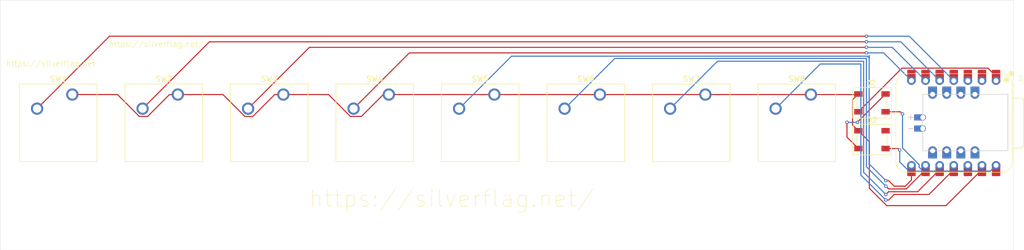
<source format=kicad_pcb>
(kicad_pcb (version 20241229) (generator "pcbnew") (generator_version "9.0")
  (layers (0 "F.Cu" signal) (2 "B.Cu" signal) (13 "F.Paste" user) (15 "B.Paste" user) (5 "F.SilkS" user "F.Silkscreen") (7 "B.SilkS" user "B.Silkscreen") (1 "F.Mask" user) (3 "B.Mask" user) (25 "Edge.Cuts" user))
  (net 0 "")
  (net 1 "Net-(D1-DOUT)")
  (net 2 "GND")
  (net 3 "+5V")
  (net 4 "Net-(D1-DIN)")
  (net 6 "Net-(U1-GPIO29{slash}ADC3{slash}A3)")
  (net 7 "Net-(U1-GPIO6{slash}SDA)")
  (net 8 "Net-(U1-GPIO7{slash}SCL)")
  (net 9 "Net-(U1-GPIO0{slash}TX)")
  (net 10 "Net-(U1-GPIO1{slash}RX)")
  (net 11 "Net-(U1-GPIO2{slash}SCK)")
  (net 12 "Net-(U1-GPIO4{slash}MISO)")
  (net 13 "Net-(U1-GPIO3{slash}MOSI)")
  (footprint "Button_Switch_Keyboard:SW_Cherry_MX_1.00u_PCB" (layer "F.Cu") (at 197 57)
    (property "Reference" "SW6" (at -2.54 -2.794 0) (layer "F.SilkS"))
    (property "Value" "SW_Push")
    (fp_line (start -9.525 -1.905) (end 4.445 -1.905) (stroke (width 0.12)) (layer "F.SilkS"))
    (fp_line (start -9.525 12.065) (end -9.525 -1.905) (stroke (width 0.12)) (layer "F.SilkS"))
    (fp_line (start 4.445 -1.905) (end 4.445 12.065) (stroke (width 0.12)) (layer "F.SilkS"))
    (fp_line (start 4.445 12.065) (end -9.525 12.065) (stroke (width 0.12)) (layer "F.SilkS"))
    (pad "" np_thru_hole circle (at -7.62 5.08) (size 1.7 1.7) (drill 1.7) (layers "*.Cu" "*.Mask"))
    (pad "" np_thru_hole circle (at -2.54 5.08) (size 4 4) (drill 4) (layers "*.Cu" "*.Mask"))
    (pad "" np_thru_hole circle (at 2.54 5.08) (size 1.7 1.7) (drill 1.7) (layers "*.Cu" "*.Mask"))
    (pad "1" thru_hole circle (at 0 0) (size 2.2 2.2) (drill 1.5) (layers "*.Cu" "*.Mask") (net 2 "GND"))
    (pad "2" thru_hole circle (at -6.35 2.54) (size 2.2 2.2) (drill 1.5) (layers "*.Cu" "*.Mask") (net 11 "Net-(U1-GPIO2{slash}SCK)"))
  )
  (footprint "Button_Switch_Keyboard:SW_Cherry_MX_1.00u_PCB" (layer "F.Cu") (at 216 57)
    (property "Reference" "SW7" (at -2.54 -2.794 0) (layer "F.SilkS"))
    (property "Value" "SW_Push")
    (fp_line (start -9.525 -1.905) (end 4.445 -1.905) (stroke (width 0.12)) (layer "F.SilkS"))
    (fp_line (start -9.525 12.065) (end -9.525 -1.905) (stroke (width 0.12)) (layer "F.SilkS"))
    (fp_line (start 4.445 -1.905) (end 4.445 12.065) (stroke (width 0.12)) (layer "F.SilkS"))
    (fp_line (start 4.445 12.065) (end -9.525 12.065) (stroke (width 0.12)) (layer "F.SilkS"))
    (pad "" np_thru_hole circle (at -7.62 5.08) (size 1.7 1.7) (drill 1.7) (layers "*.Cu" "*.Mask"))
    (pad "" np_thru_hole circle (at -2.54 5.08) (size 4 4) (drill 4) (layers "*.Cu" "*.Mask"))
    (pad "" np_thru_hole circle (at 2.54 5.08) (size 1.7 1.7) (drill 1.7) (layers "*.Cu" "*.Mask"))
    (pad "1" thru_hole circle (at 0 0) (size 2.2 2.2) (drill 1.5) (layers "*.Cu" "*.Mask") (net 2 "GND"))
    (pad "2" thru_hole circle (at -6.35 2.54) (size 2.2 2.2) (drill 1.5) (layers "*.Cu" "*.Mask") (net 12 "Net-(U1-GPIO4{slash}MISO)"))
  )
  (footprint "Button_Switch_Keyboard:SW_Cherry_MX_1.00u_PCB" (layer "F.Cu") (at 235 57)
    (property "Reference" "SW8" (at -2.54 -2.794 0) (layer "F.SilkS"))
    (property "Value" "SW_Push")
    (fp_line (start -9.525 -1.905) (end 4.445 -1.905) (stroke (width 0.12)) (layer "F.SilkS"))
    (fp_line (start -9.525 12.065) (end -9.525 -1.905) (stroke (width 0.12)) (layer "F.SilkS"))
    (fp_line (start 4.445 -1.905) (end 4.445 12.065) (stroke (width 0.12)) (layer "F.SilkS"))
    (fp_line (start 4.445 12.065) (end -9.525 12.065) (stroke (width 0.12)) (layer "F.SilkS"))
    (pad "" np_thru_hole circle (at -7.62 5.08) (size 1.7 1.7) (drill 1.7) (layers "*.Cu" "*.Mask"))
    (pad "" np_thru_hole circle (at -2.54 5.08) (size 4 4) (drill 4) (layers "*.Cu" "*.Mask"))
    (pad "" np_thru_hole circle (at 2.54 5.08) (size 1.7 1.7) (drill 1.7) (layers "*.Cu" "*.Mask"))
    (pad "1" thru_hole circle (at 0 0) (size 2.2 2.2) (drill 1.5) (layers "*.Cu" "*.Mask") (net 2 "GND"))
    (pad "2" thru_hole circle (at -6.35 2.54) (size 2.2 2.2) (drill 1.5) (layers "*.Cu" "*.Mask") (net 13 "Net-(U1-GPIO3{slash}MOSI)"))
  )
  (footprint "Button_Switch_Keyboard:SW_Cherry_MX_1.00u_PCB" (layer "F.Cu") (at 140 57)
    (property "Reference" "SW3" (at -2.54 -2.794 0) (layer "F.SilkS"))
    (property "Value" "SW_Push")
    (fp_line (start -9.525 -1.905) (end 4.445 -1.905) (stroke (width 0.12)) (layer "F.SilkS"))
    (fp_line (start -9.525 12.065) (end -9.525 -1.905) (stroke (width 0.12)) (layer "F.SilkS"))
    (fp_line (start 4.445 -1.905) (end 4.445 12.065) (stroke (width 0.12)) (layer "F.SilkS"))
    (fp_line (start 4.445 12.065) (end -9.525 12.065) (stroke (width 0.12)) (layer "F.SilkS"))
    (pad "" np_thru_hole circle (at -7.62 5.08) (size 1.7 1.7) (drill 1.7) (layers "*.Cu" "*.Mask"))
    (pad "" np_thru_hole circle (at -2.54 5.08) (size 4 4) (drill 4) (layers "*.Cu" "*.Mask"))
    (pad "" np_thru_hole circle (at 2.54 5.08) (size 1.7 1.7) (drill 1.7) (layers "*.Cu" "*.Mask"))
    (pad "1" thru_hole circle (at 0 0) (size 2.2 2.2) (drill 1.5) (layers "*.Cu" "*.Mask") (net 2 "GND"))
    (pad "2" thru_hole circle (at -6.35 2.54) (size 2.2 2.2) (drill 1.5) (layers "*.Cu" "*.Mask") (net 8 "Net-(U1-GPIO7{slash}SCL)"))
  )
  (footprint "Button_Switch_Keyboard:SW_Cherry_MX_1.00u_PCB" (layer "F.Cu") (at 121 57)
    (property "Reference" "SW2" (at -2.54 -2.794 0) (layer "F.SilkS"))
    (property "Value" "SW_Push")
    (fp_line (start -9.525 -1.905) (end 4.445 -1.905) (stroke (width 0.12)) (layer "F.SilkS"))
    (fp_line (start -9.525 12.065) (end -9.525 -1.905) (stroke (width 0.12)) (layer "F.SilkS"))
    (fp_line (start 4.445 -1.905) (end 4.445 12.065) (stroke (width 0.12)) (layer "F.SilkS"))
    (fp_line (start 4.445 12.065) (end -9.525 12.065) (stroke (width 0.12)) (layer "F.SilkS"))
    (pad "" np_thru_hole circle (at -7.62 5.08) (size 1.7 1.7) (drill 1.7) (layers "*.Cu" "*.Mask"))
    (pad "" np_thru_hole circle (at -2.54 5.08) (size 4 4) (drill 4) (layers "*.Cu" "*.Mask"))
    (pad "" np_thru_hole circle (at 2.54 5.08) (size 1.7 1.7) (drill 1.7) (layers "*.Cu" "*.Mask"))
    (pad "1" thru_hole circle (at 0 0) (size 2.2 2.2) (drill 1.5) (layers "*.Cu" "*.Mask") (net 2 "GND"))
    (pad "2" thru_hole circle (at -6.35 2.54) (size 2.2 2.2) (drill 1.5) (layers "*.Cu" "*.Mask") (net 7 "Net-(U1-GPIO6{slash}SDA)"))
  )
  (footprint "LED_SMD:LED_SK6812_PLCC4_5.0x5.0mm_P3.2mm" (layer "F.Cu") (at 246 65.12)
    (property "Reference" "D2" (at 0 -3.5 0) (layer "F.SilkS"))
    (property "Value" "SK6812")
    (fp_line (start -3.5 -2.3) (end -3.5 2.75) (stroke (width 0.12)) (layer "F.SilkS"))
    (fp_line (start -3.05 -2.75) (end -3.5 -2.3) (stroke (width 0.12)) (layer "F.SilkS"))
    (fp_line (start -2.7 -0.9) (end -2.7 0.9) (stroke (width 0.12)) (layer "F.SilkS"))
    (fp_line (start 2.7 -0.9) (end 2.7 0.9) (stroke (width 0.12)) (layer "F.SilkS"))
    (fp_line (start 3.5 -2.75) (end -3.05 -2.75) (stroke (width 0.12)) (layer "F.SilkS"))
    (fp_line (start 3.5 2.75) (end -3.5 2.75) (stroke (width 0.12)) (layer "F.SilkS"))
    (fp_line (start 3.5 2.75) (end 3.5 -2.75) (stroke (width 0.12)) (layer "F.SilkS"))
    (pad "1" smd rect (at -2.45 -1.6 180) (size 1.5 1) (layers "F.Cu" "F.Mask" "F.Paste") (net 2 "GND"))
    (pad "2" smd rect (at -2.45 1.6 180) (size 1.5 1) (layers "F.Cu" "F.Mask" "F.Paste") (net 1 "Net-(D1-DOUT)"))
    (pad "3" smd rect (at 2.45 1.6 180) (size 1.5 1) (layers "F.Cu" "F.Mask" "F.Paste") (net 3 "+5V"))
    (pad "4" smd rect (at 2.45 -1.6 180) (size 1.5 1) (layers "F.Cu" "F.Mask" "F.Paste"))
  )
  (footprint "Button_Switch_Keyboard:SW_Cherry_MX_1.00u_PCB" (layer "F.Cu") (at 178 57)
    (property "Reference" "SW5" (at -2.54 -2.794 0) (layer "F.SilkS"))
    (property "Value" "SW_Push")
    (fp_line (start -9.525 -1.905) (end 4.445 -1.905) (stroke (width 0.12)) (layer "F.SilkS"))
    (fp_line (start -9.525 12.065) (end -9.525 -1.905) (stroke (width 0.12)) (layer "F.SilkS"))
    (fp_line (start 4.445 -1.905) (end 4.445 12.065) (stroke (width 0.12)) (layer "F.SilkS"))
    (fp_line (start 4.445 12.065) (end -9.525 12.065) (stroke (width 0.12)) (layer "F.SilkS"))
    (pad "" np_thru_hole circle (at -7.62 5.08) (size 1.7 1.7) (drill 1.7) (layers "*.Cu" "*.Mask"))
    (pad "" np_thru_hole circle (at -2.54 5.08) (size 4 4) (drill 4) (layers "*.Cu" "*.Mask"))
    (pad "" np_thru_hole circle (at 2.54 5.08) (size 1.7 1.7) (drill 1.7) (layers "*.Cu" "*.Mask"))
    (pad "1" thru_hole circle (at 0 0) (size 2.2 2.2) (drill 1.5) (layers "*.Cu" "*.Mask") (net 2 "GND"))
    (pad "2" thru_hole circle (at -6.35 2.54) (size 2.2 2.2) (drill 1.5) (layers "*.Cu" "*.Mask") (net 10 "Net-(U1-GPIO1{slash}RX)"))
  )
  (footprint "Button_Switch_Keyboard:SW_Cherry_MX_1.00u_PCB" (layer "F.Cu") (at 102 57)
    (property "Reference" "SW1" (at -2.54 -2.794 0) (layer "F.SilkS"))
    (property "Value" "SW_Push")
    (fp_line (start -9.525 -1.905) (end 4.445 -1.905) (stroke (width 0.12)) (layer "F.SilkS"))
    (fp_line (start -9.525 12.065) (end -9.525 -1.905) (stroke (width 0.12)) (layer "F.SilkS"))
    (fp_line (start 4.445 -1.905) (end 4.445 12.065) (stroke (width 0.12)) (layer "F.SilkS"))
    (fp_line (start 4.445 12.065) (end -9.525 12.065) (stroke (width 0.12)) (layer "F.SilkS"))
    (pad "" np_thru_hole circle (at -7.62 5.08) (size 1.7 1.7) (drill 1.7) (layers "*.Cu" "*.Mask"))
    (pad "" np_thru_hole circle (at -2.54 5.08) (size 4 4) (drill 4) (layers "*.Cu" "*.Mask"))
    (pad "" np_thru_hole circle (at 2.54 5.08) (size 1.7 1.7) (drill 1.7) (layers "*.Cu" "*.Mask"))
    (pad "1" thru_hole circle (at 0 0) (size 2.2 2.2) (drill 1.5) (layers "*.Cu" "*.Mask") (net 2 "GND"))
    (pad "2" thru_hole circle (at -6.35 2.54) (size 2.2 2.2) (drill 1.5) (layers "*.Cu" "*.Mask") (net 6 "Net-(U1-GPIO29{slash}ADC3{slash}A3)"))
  )
  (footprint "FEET:XIAO-RP2350-DIP" (layer "F.Cu") (at 260.7935 62.120994 -90)
    (property "Reference" "U1" (at -8 -12 270) (layer "F.SilkS") (effects (font (size 0.635 0.635) (thickness 0.1016))))
    (property "Value" "XIAO-RP2040-DIP")
    (fp_line (start -6.985994 10.4775) (end 6.984006 10.4775) (stroke (width 0.1)) (layer "F.SilkS"))
    (fp_line (start -8.890994 8.5725) (end -8.890994 -8.5725) (stroke (width 0.1)) (layer "F.SilkS"))
    (fp_line (start 8.889006 8.5725) (end 8.889006 -8.5725) (stroke (width 0.1)) (layer "F.SilkS"))
    (fp_line (start 7.007006 -10.4745) (end -6.962994 -10.4745) (stroke (width 0.1)) (layer "F.SilkS"))
    (fp_line (start 6.984006 -10.4775) (end -6.985994 -10.4775) (stroke (width 0.1)) (layer "F.SilkS"))
    (fp_line (start -4.475994 -10.4865) (end -4.475278 -12.027784) (stroke (width 0.127)) (layer "F.SilkS"))
    (fp_line (start 4.519994 -12.027512) (end 4.521006 -10.4835) (stroke (width 0.127)) (layer "F.SilkS"))
    (fp_line (start -3.975278 -12.527512) (end 4.019994 -12.527512) (stroke (width 0.127)) (layer "F.SilkS"))
    (fp_arc (start -6.985994 10.4775) (mid -8.333032 9.919538) (end -8.890994 8.5725) (stroke (width 0.1)) (layer "F.SilkS"))
    (fp_arc (start 8.889006 8.5725) (mid 8.331044 9.919538) (end 6.984006 10.4775) (stroke (width 0.1)) (layer "F.SilkS"))
    (fp_arc (start -8.890994 -8.5725) (mid -8.333032 -9.919538) (end -6.985994 -10.4775) (stroke (width 0.1)) (layer "F.SilkS"))
    (fp_arc (start 6.984006 -10.4775) (mid 8.331044 -9.919538) (end 8.889006 -8.5725) (stroke (width 0.1)) (layer "F.SilkS"))
    (fp_arc (start -4.475278 -12.027784) (mid -4.328701 -12.381119) (end -3.975278 -12.527512) (stroke (width 0.127)) (layer "F.SilkS"))
    (fp_arc (start 4.019994 -12.527512) (mid 4.373559 -12.38107) (end 4.519994 -12.027512) (stroke (width 0.127)) (layer "F.SilkS"))
    (fp_circle (center -7.757994 -9.4105) (end -7.757994 -9.6645) (stroke (width 0.5)) (fill yes) (layer "F.SilkS"))
    (fp_circle (center -8.900994 -10.2905) (end -8.900994 -10.5445) (stroke (width 0.5)) (fill yes) (layer "F.SilkS"))
    (fp_line (start -0.635994 7.8105) (end -1.397994 7.8105) (stroke (width 0.12)) (layer "B.SilkS"))
    (fp_line (start -1.016994 7.4295) (end -1.016994 8.1915) (stroke (width 0.12)) (layer "B.SilkS"))
    (fp_line (start 1.015006 7.4295) (end 1.015006 8.1915) (stroke (width 0.12)) (layer "B.SilkS"))
    (fp_line (start -5.16 5.638311) (end 4.999006 5.638311) (stroke (width 0.12)) (layer "Edge.Cuts"))
    (fp_line (start 5 5.638311) (end 5 -9.6865) (stroke (width 0.12)) (layer "Edge.Cuts"))
    (fp_line (start -5.16 -9.6865) (end -5.16 5.638311) (stroke (width 0.12)) (layer "Edge.Cuts"))
    (fp_line (start 4.999006 -9.6865) (end -5.16 -9.6865) (stroke (width 0.12)) (layer "Edge.Cuts"))
    (pad "1" smd roundrect (at -8.405994 -7.5565 90) (size 2.332 1.524) (layers "F.Cu" "F.Mask") (roundrect_rratio 0.1) (net 4 "Net-(D1-DIN)"))
    (pad "1" thru_hole circle (at -7.620994 -7.5565 90) (size 1.524 1.524) (drill 0.889) (layers "*.Cu" "*.Mask") (net 4 "Net-(D1-DIN)"))
    (pad "2" smd roundrect (at -8.405994 -5.0165 90) (size 2.332 1.524) (layers "F.Cu" "F.Mask") (roundrect_rratio 0.1))
    (pad "2" thru_hole circle (at -7.620994 -5.0165 90) (size 1.524 1.524) (drill 0.889) (layers "*.Cu" "*.Mask"))
    (pad "3" smd roundrect (at -8.405994 -2.4765 90) (size 2.332 1.524) (layers "F.Cu" "F.Mask") (roundrect_rratio 0.1))
    (pad "3" thru_hole circle (at -7.620994 -2.4765 90) (size 1.524 1.524) (drill 0.889) (layers "*.Cu" "*.Mask"))
    (pad "4" smd roundrect (at -8.405994 0.0635 90) (size 2.332 1.524) (layers "F.Cu" "F.Mask") (roundrect_rratio 0.1) (net 6 "Net-(U1-GPIO29{slash}ADC3{slash}A3)"))
    (pad "4" thru_hole circle (at -7.620994 0.0635 90) (size 1.524 1.524) (drill 0.889) (layers "*.Cu" "*.Mask") (net 6 "Net-(U1-GPIO29{slash}ADC3{slash}A3)"))
    (pad "5" smd roundrect (at -8.405994 2.6035 90) (size 2.332 1.524) (layers "F.Cu" "F.Mask") (roundrect_rratio 0.1) (net 7 "Net-(U1-GPIO6{slash}SDA)"))
    (pad "5" thru_hole circle (at -7.620994 2.6035 90) (size 1.524 1.524) (drill 0.889) (layers "*.Cu" "*.Mask") (net 7 "Net-(U1-GPIO6{slash}SDA)"))
    (pad "6" smd roundrect (at -8.405994 5.1435 90) (size 2.332 1.524) (layers "F.Cu" "F.Mask") (roundrect_rratio 0.1) (net 8 "Net-(U1-GPIO7{slash}SCL)"))
    (pad "6" thru_hole circle (at -7.620994 5.1435 90) (size 1.524 1.524) (drill 0.889) (layers "*.Cu" "*.Mask") (net 8 "Net-(U1-GPIO7{slash}SCL)"))
    (pad "7" smd roundrect (at -8.405994 7.6835 90) (size 2.332 1.524) (layers "F.Cu" "F.Mask") (roundrect_rratio 0.1) (net 9 "Net-(U1-GPIO0{slash}TX)"))
    (pad "7" thru_hole circle (at -7.620994 7.6835 90) (size 1.524 1.524) (drill 0.889) (layers "*.Cu" "*.Mask") (net 9 "Net-(U1-GPIO0{slash}TX)"))
    (pad "8" thru_hole circle (at 7.619006 7.6835 270) (size 1.524 1.524) (drill 0.889) (layers "*.Cu" "*.Mask") (net 10 "Net-(U1-GPIO1{slash}RX)"))
    (pad "8" smd roundrect (at 8.404006 7.6835 270) (size 2.332 1.524) (layers "F.Cu" "F.Mask") (roundrect_rratio 0.1) (net 10 "Net-(U1-GPIO1{slash}RX)"))
    (pad "9" thru_hole circle (at 7.619006 5.1435 270) (size 1.524 1.524) (drill 0.889) (layers "*.Cu" "*.Mask") (net 11 "Net-(U1-GPIO2{slash}SCK)"))
    (pad "9" smd roundrect (at 8.404006 5.1435 270) (size 2.332 1.524) (layers "F.Cu" "F.Mask") (roundrect_rratio 0.1) (net 11 "Net-(U1-GPIO2{slash}SCK)"))
    (pad "10" thru_hole circle (at 7.619006 2.6035 270) (size 1.524 1.524) (drill 0.889) (layers "*.Cu" "*.Mask") (net 12 "Net-(U1-GPIO4{slash}MISO)"))
    (pad "10" smd roundrect (at 8.404006 2.6035 270) (size 2.332 1.524) (layers "F.Cu" "F.Mask") (roundrect_rratio 0.1) (net 12 "Net-(U1-GPIO4{slash}MISO)"))
    (pad "11" thru_hole circle (at 7.619006 0.0635 270) (size 1.524 1.524) (drill 0.889) (layers "*.Cu" "*.Mask") (net 13 "Net-(U1-GPIO3{slash}MOSI)"))
    (pad "11" smd roundrect (at 8.404006 0.0635 270) (size 2.332 1.524) (layers "F.Cu" "F.Mask") (roundrect_rratio 0.1) (net 13 "Net-(U1-GPIO3{slash}MOSI)"))
    (pad "12" thru_hole circle (at 7.619006 -2.4765 270) (size 1.524 1.524) (drill 0.889) (layers "*.Cu" "*.Mask"))
    (pad "12" smd roundrect (at 8.404006 -2.4765 270) (size 2.332 1.524) (layers "F.Cu" "F.Mask") (roundrect_rratio 0.1))
    (pad "13" thru_hole circle (at 7.619006 -5.0165 270) (size 1.524 1.524) (drill 0.889) (layers "*.Cu" "*.Mask") (net 2 "GND"))
    (pad "13" smd roundrect (at 8.404006 -5.0165 270) (size 2.332 1.524) (layers "F.Cu" "F.Mask") (roundrect_rratio 0.1) (net 2 "GND"))
    (pad "14" thru_hole circle (at 7.619006 -7.5565 270) (size 1.524 1.524) (drill 0.889) (layers "*.Cu" "*.Mask") (net 3 "+5V"))
    (pad "14" smd roundrect (at 8.404006 -7.5565 270) (size 2.332 1.524) (layers "F.Cu" "F.Mask") (roundrect_rratio 0.1) (net 3 "+5V"))
    (pad "15" thru_hole circle (at 5 -3.7465 90) (size 1.6 1.6) (drill 0.889) (layers "*.Cu" "*.Mask"))
    (pad "15" smd roundrect (at 5.699006 -3.7465 270) (size 1.4 1.6) (layers "F.Cu" "F.Mask") (roundrect_rratio 0.1))
    (pad "15" smd roundrect (at 5.699006 -3.7465 90) (size 1.4 1.6) (layers "B.Cu" "B.Mask" "B.Paste") (roundrect_rratio 0.1))
    (pad "16" thru_hole circle (at 5 -1.2065 90) (size 1.6 1.6) (drill 0.889) (layers "*.Cu" "*.Mask"))
    (pad "16" smd roundrect (at 5.699006 -1.2065 270) (size 1.4 1.6) (layers "F.Cu" "F.Mask") (roundrect_rratio 0.1))
    (pad "16" smd roundrect (at 5.699006 -1.2065 90) (size 1.4 1.6) (layers "B.Cu" "B.Mask" "B.Paste") (roundrect_rratio 0.1))
    (pad "17" thru_hole circle (at 5 1.3335 90) (size 1.6 1.6) (drill 0.889) (layers "*.Cu" "*.Mask"))
    (pad "17" smd roundrect (at 5.699006 1.3335 270) (size 1.4 1.6) (layers "F.Cu" "F.Mask") (roundrect_rratio 0.1))
    (pad "17" smd roundrect (at 5.699006 1.3335 90) (size 1.4 1.6) (layers "B.Cu" "B.Mask" "B.Paste") (roundrect_rratio 0.1))
    (pad "18" thru_hole circle (at 5 3.8735 90) (size 1.6 1.6) (drill 0.889) (layers "*.Cu" "*.Mask"))
    (pad "18" smd roundrect (at 5.699006 3.8735 270) (size 1.4 1.6) (layers "F.Cu" "F.Mask") (roundrect_rratio 0.1))
    (pad "18" smd roundrect (at 5.699006 3.8735 90) (size 1.4 1.6) (layers "B.Cu" "B.Mask" "B.Paste") (roundrect_rratio 0.1))
    (pad "19" smd roundrect (at -5.86 3.8735 270) (size 1.4 1.6) (layers "F.Cu" "F.Mask") (roundrect_rratio 0.1))
    (pad "19" smd roundrect (at -5.86 3.8735 90) (size 1.4 1.6) (layers "B.Cu" "B.Mask" "B.Paste") (roundrect_rratio 0.1))
    (pad "19" thru_hole circle (at -5.16 3.8735 90) (size 1.6 1.6) (drill 0.889) (layers "*.Cu" "*.Mask"))
    (pad "20" smd roundrect (at -5.86 1.3335 270) (size 1.4 1.6) (layers "F.Cu" "F.Mask") (roundrect_rratio 0.1))
    (pad "20" smd roundrect (at -5.86 1.3335 90) (size 1.4 1.6) (layers "B.Cu" "B.Mask" "B.Paste") (roundrect_rratio 0.1))
    (pad "20" thru_hole circle (at -5.16 1.3335 90) (size 1.6 1.6) (drill 0.889) (layers "*.Cu" "*.Mask"))
    (pad "21" smd roundrect (at -5.86 -1.2065 270) (size 1.4 1.6) (layers "F.Cu" "F.Mask") (roundrect_rratio 0.1))
    (pad "21" smd roundrect (at -5.86 -1.2065 90) (size 1.4 1.6) (layers "B.Cu" "B.Mask" "B.Paste") (roundrect_rratio 0.1))
    (pad "21" thru_hole circle (at -5.16 -1.2065 90) (size 1.6 1.6) (drill 0.889) (layers "*.Cu" "*.Mask"))
    (pad "22" smd roundrect (at -5.86 -3.7465 270) (size 1.4 1.6) (layers "F.Cu" "F.Mask") (roundrect_rratio 0.1))
    (pad "22" smd roundrect (at -5.86 -3.7465 90) (size 1.4 1.6) (layers "B.Cu" "B.Mask" "B.Paste") (roundrect_rratio 0.1))
    (pad "22" thru_hole circle (at -5.16 -3.7465 90) (size 1.6 1.6) (drill 0.889) (layers "*.Cu" "*.Mask"))
    (pad "23" thru_hole circle (at -1.000994 5.638311 90) (size 1.1 1.1) (drill 0.889) (layers "*.Cu" "*.Mask"))
    (pad "23" smd roundrect (at -1.000994 6.3935 180) (size 1.6 1.1) (layers "F.Cu" "F.Mask") (roundrect_rratio 0.1))
    (pad "23" smd roundrect (at -1.000994 6.3935 180) (size 1.6 1.1) (layers "B.Cu" "B.Mask" "B.Paste") (roundrect_rratio 0.1))
    (pad "24" thru_hole circle (at 0.999006 5.638311 90) (size 1.1 1.1) (drill 0.889) (layers "*.Cu" "*.Mask"))
    (pad "24" smd roundrect (at 0.999006 6.3935 180) (size 1.6 1.1) (layers "F.Cu" "F.Mask") (roundrect_rratio 0.1))
    (pad "24" smd roundrect (at 0.999006 6.3935 180) (size 1.6 1.1) (layers "B.Cu" "B.Mask" "B.Paste") (roundrect_rratio 0.1))
  )
  (footprint "Button_Switch_Keyboard:SW_Cherry_MX_1.00u_PCB" (layer "F.Cu") (at 159 57)
    (property "Reference" "SW4" (at -2.54 -2.794 0) (layer "F.SilkS"))
    (property "Value" "SW_Push")
    (fp_line (start -9.525 -1.905) (end 4.445 -1.905) (stroke (width 0.12)) (layer "F.SilkS"))
    (fp_line (start -9.525 12.065) (end -9.525 -1.905) (stroke (width 0.12)) (layer "F.SilkS"))
    (fp_line (start 4.445 -1.905) (end 4.445 12.065) (stroke (width 0.12)) (layer "F.SilkS"))
    (fp_line (start 4.445 12.065) (end -9.525 12.065) (stroke (width 0.12)) (layer "F.SilkS"))
    (pad "" np_thru_hole circle (at -7.62 5.08) (size 1.7 1.7) (drill 1.7) (layers "*.Cu" "*.Mask"))
    (pad "" np_thru_hole circle (at -2.54 5.08) (size 4 4) (drill 4) (layers "*.Cu" "*.Mask"))
    (pad "" np_thru_hole circle (at 2.54 5.08) (size 1.7 1.7) (drill 1.7) (layers "*.Cu" "*.Mask"))
    (pad "1" thru_hole circle (at 0 0) (size 2.2 2.2) (drill 1.5) (layers "*.Cu" "*.Mask") (net 2 "GND"))
    (pad "2" thru_hole circle (at -6.35 2.54) (size 2.2 2.2) (drill 1.5) (layers "*.Cu" "*.Mask") (net 9 "Net-(U1-GPIO0{slash}TX)"))
  )
  (footprint "LED_SMD:LED_SK6812_PLCC4_5.0x5.0mm_P3.2mm" (layer "F.Cu") (at 246 58.5)
    (property "Reference" "D1" (at 0 -3.5 90) (layer "F.SilkS"))
    (property "Value" "SK6812")
    (fp_line (start -3.5 -2.3) (end -3.5 2.75) (stroke (width 0.12)) (layer "F.SilkS"))
    (fp_line (start -3.05 -2.75) (end -3.5 -2.3) (stroke (width 0.12)) (layer "F.SilkS"))
    (fp_line (start -2.7 -0.9) (end -2.7 0.9) (stroke (width 0.12)) (layer "F.SilkS"))
    (fp_line (start 2.7 -0.9) (end 2.7 0.9) (stroke (width 0.12)) (layer "F.SilkS"))
    (fp_line (start 3.5 -2.75) (end -3.05 -2.75) (stroke (width 0.12)) (layer "F.SilkS"))
    (fp_line (start 3.5 2.75) (end -3.5 2.75) (stroke (width 0.12)) (layer "F.SilkS"))
    (fp_line (start 3.5 2.75) (end 3.5 -2.75) (stroke (width 0.12)) (layer "F.SilkS"))
    (pad "1" smd rect (at -2.45 -1.6 180) (size 1.5 1) (layers "F.Cu" "F.Mask" "F.Paste") (net 2 "GND"))
    (pad "2" smd rect (at -2.45 1.6 180) (size 1.5 1) (layers "F.Cu" "F.Mask" "F.Paste") (net 4 "Net-(D1-DIN)"))
    (pad "3" smd rect (at 2.45 1.6 180) (size 1.5 1) (layers "F.Cu" "F.Mask" "F.Paste") (net 3 "+5V"))
    (pad "4" smd rect (at 2.45 -1.6 180) (size 1.5 1) (layers "F.Cu" "F.Mask" "F.Paste") (net 1 "Net-(D1-DOUT)"))
  )
  (gr_rect (start 89 40) (end 271.5 85) (stroke (width 0.05)) (fill no) (layer "Edge.Cuts"))
  (gr_text "https://silverflag.net/" (at 108.5 48.5 0) (layer "F.SilkS") (effects (font (size 1 1) (thickness 0.1)) (justify left bottom)))
  (gr_text "https://silverflag.net" (at 90 52 0) (layer "F.SilkS") (effects (font (size 1 1) (thickness 0.1)) (justify left bottom)))
  (gr_text "https://silverflag.net/" (at 144.5 77.5 0) (layer "F.SilkS") (effects (font (size 3 3) (thickness 0.1)) (justify left bottom)))
  (segment (start 243.4 61.95) (end 248.45 56.9) (width 0.2) (layer "F.Cu") (net 1))
  (segment (start 241.5 64.67) (end 241.5 62) (width 0.2) (layer "F.Cu") (net 1))
  (segment (start 243.55 66.72) (end 241.5 64.67) (width 0.2) (layer "F.Cu") (net 1))
  (segment (start 243.4 62) (end 243.4 61.95) (width 0.2) (layer "F.Cu") (net 1))
  (via (at 241.5 62) (size 0.6) (drill 0.3) (layers "F.Cu" "B.Cu") (net 1))
  (via (at 243.4 62) (size 0.6) (drill 0.3) (layers "F.Cu" "B.Cu") (net 1))
  (segment (start 241.5 62) (end 243.4 62) (width 0.2) (layer "B.Cu") (net 1))
  (segment (start 245.53 73.879943) (end 248.650057 77) (width 0.2) (layer "F.Cu") (net 2))
  (segment (start 259.335 77) (end 265.81 70.525) (width 0.2) (layer "F.Cu") (net 2))
  (segment (start 119.5 57) (end 121 57) (width 0.2) (layer "F.Cu") (net 2))
  (segment (start 158 57) (end 159 57) (width 0.2) (layer "F.Cu") (net 2))
  (segment (start 197 57) (end 216 57) (width 0.2) (layer "F.Cu") (net 2))
  (segment (start 129.128686 57) (end 133.069686 60.941) (width 0.2) (layer "F.Cu") (net 2))
  (segment (start 242.5 57.95) (end 242.5 62.47) (width 0.2) (layer "F.Cu") (net 2))
  (segment (start 245.53 65.5) (end 245.53 73.879943) (width 0.2) (layer "F.Cu") (net 2))
  (segment (start 110.128686 57) (end 114.069686 60.941) (width 0.2) (layer "F.Cu") (net 2))
  (segment (start 121 57) (end 129.128686 57) (width 0.2) (layer "F.Cu") (net 2))
  (segment (start 159 57) (end 178 57) (width 0.2) (layer "F.Cu") (net 2))
  (segment (start 133.069686 60.941) (end 134.503366 60.941) (width 0.2) (layer "F.Cu") (net 2))
  (segment (start 152.069686 60.941) (end 154.059 60.941) (width 0.2) (layer "F.Cu") (net 2))
  (segment (start 134.503366 60.941) (end 138.444366 57) (width 0.2) (layer "F.Cu") (net 2))
  (segment (start 235 57) (end 243.45 57) (width 0.2) (layer "F.Cu") (net 2))
  (segment (start 148.128686 57) (end 152.069686 60.941) (width 0.2) (layer "F.Cu") (net 2))
  (segment (start 216 57) (end 235 57) (width 0.2) (layer "F.Cu") (net 2))
  (segment (start 248.650057 77) (end 259.335 77) (width 0.2) (layer "F.Cu") (net 2))
  (segment (start 102 57) (end 110.128686 57) (width 0.2) (layer "F.Cu") (net 2))
  (segment (start 242.5 62.47) (end 243.55 63.52) (width 0.2) (layer "F.Cu") (net 2))
  (segment (start 154.059 60.941) (end 158 57) (width 0.2) (layer "F.Cu") (net 2))
  (segment (start 243.55 56.9) (end 242.5 57.95) (width 0.2) (layer "F.Cu") (net 2))
  (segment (start 114.069686 60.941) (end 115.559 60.941) (width 0.2) (layer "F.Cu") (net 2))
  (segment (start 138.444366 57) (end 140 57) (width 0.2) (layer "F.Cu") (net 2))
  (segment (start 243.55 63.52) (end 245.53 65.5) (width 0.2) (layer "F.Cu") (net 2))
  (segment (start 115.559 60.941) (end 119.5 57) (width 0.2) (layer "F.Cu") (net 2))
  (segment (start 178 57) (end 197 57) (width 0.2) (layer "F.Cu") (net 2))
  (segment (start 243.45 57) (end 243.55 56.9) (width 0.2) (layer "F.Cu") (net 2))
  (segment (start 140 57) (end 148.128686 57) (width 0.2) (layer "F.Cu") (net 2))
  (segment (start 251.1 60.1) (end 251.5 60.5) (width 0.2) (layer "F.Cu") (net 3))
  (segment (start 248.45 60.1) (end 251.1 60.1) (width 0.2) (layer "F.Cu") (net 3))
  (segment (start 250.72 66.72) (end 251 67) (width 0.2) (layer "F.Cu") (net 3))
  (segment (start 248.45 66.72) (end 250.72 66.72) (width 0.2) (layer "F.Cu") (net 3))
  (via (at 251.5 60.5) (size 0.6) (drill 0.3) (layers "F.Cu" "B.Cu") (net 3))
  (via (at 251 67) (size 0.6) (drill 0.3) (layers "F.Cu" "B.Cu") (net 3))
  (segment (start 254.5 69.62669) (end 254.5 70.09331) (width 0.2) (layer "B.Cu") (net 3))
  (segment (start 251 69.13331) (end 252.66969 70.803) (width 0.2) (layer "B.Cu") (net 3))
  (segment (start 251.5 60.5) (end 251.5 66.62669) (width 0.2) (layer "B.Cu") (net 3))
  (segment (start 251.5 66.62669) (end 254.5 69.62669) (width 0.2) (layer "B.Cu") (net 3))
  (segment (start 252.66969 70.803) (end 267.287 70.803) (width 0.2) (layer "B.Cu") (net 3))
  (segment (start 267.287 70.803) (end 268.35 69.74) (width 0.2) (layer "B.Cu") (net 3))
  (segment (start 251 67) (end 251 69.13331) (width 0.2) (layer "B.Cu") (net 3))
  (segment (start 254.5 70.09331) (end 255.20969 70.803) (width 0.2) (layer "B.Cu") (net 3))
  (segment (start 255.20969 70.803) (end 267.287 70.803) (width 0.2) (layer "B.Cu") (net 3))
  (segment (start 251.402 52.248) (end 266.883 52.248) (width 0.2) (layer "F.Cu") (net 4))
  (segment (start 266.883 52.248) (end 268.35 53.715) (width 0.2) (layer "F.Cu") (net 4))
  (segment (start 243.55 60.1) (end 251.402 52.248) (width 0.2) (layer "F.Cu") (net 4))
  (segment (start 108.69 46.5) (end 95.65 59.54) (width 0.2) (layer "F.Cu") (net 6))
  (segment (start 245 46.5) (end 108.69 46.5) (width 0.2) (layer "F.Cu") (net 6))
  (via (at 245 46.5) (size 0.6) (drill 0.3) (layers "F.Cu" "B.Cu") (net 6))
  (segment (start 260.73 54.5) (end 252.73 46.5) (width 0.2) (layer "B.Cu") (net 6))
  (segment (start 252.73 46.5) (end 245 46.5) (width 0.2) (layer "B.Cu") (net 6))
  (segment (start 245 47.5) (end 126.69 47.5) (width 0.2) (layer "F.Cu") (net 7))
  (segment (start 126.69 47.5) (end 114.65 59.54) (width 0.2) (layer "F.Cu") (net 7))
  (via (at 245 47.5) (size 0.6) (drill 0.3) (layers "F.Cu" "B.Cu") (net 7))
  (segment (start 258.19 54.5) (end 251.19 47.5) (width 0.2) (layer "B.Cu") (net 7))
  (segment (start 251.19 47.5) (end 245 47.5) (width 0.2) (layer "B.Cu") (net 7))
  (segment (start 144.69 48.5) (end 133.65 59.54) (width 0.2) (layer "F.Cu") (net 8))
  (segment (start 245 48.5) (end 144.69 48.5) (width 0.2) (layer "F.Cu") (net 8))
  (via (at 245 48.5) (size 0.6) (drill 0.3) (layers "F.Cu" "B.Cu") (net 8))
  (segment (start 249.65 48.5) (end 245 48.5) (width 0.2) (layer "B.Cu") (net 8))
  (segment (start 255.65 54.5) (end 249.65 48.5) (width 0.2) (layer "B.Cu") (net 8))
  (segment (start 162.691 49.499) (end 152.65 59.54) (width 0.2) (layer "F.Cu") (net 9))
  (segment (start 245 49.499) (end 162.691 49.499) (width 0.2) (layer "F.Cu") (net 9))
  (via (at 245 49.499) (size 0.6) (drill 0.3) (layers "F.Cu" "B.Cu") (net 9))
  (segment (start 248.11 49.5) (end 245 49.5) (width 0.2) (layer "B.Cu") (net 9))
  (segment (start 245 49.5) (end 245 49.499) (width 0.2) (layer "B.Cu") (net 9))
  (segment (start 253.11 54.5) (end 248.11 49.5) (width 0.2) (layer "B.Cu") (net 9))
  (segment (start 253.11 72.39) (end 252 73.5) (width 0.2) (layer "F.Cu") (net 10))
  (segment (start 252 73.5) (end 250 73.5) (width 0.2) (layer "F.Cu") (net 10))
  (segment (start 253.11 69.74) (end 253.11 72.39) (width 0.2) (layer "F.Cu") (net 10))
  (segment (start 250 73.5) (end 249 72.5) (width 0.2) (layer "F.Cu") (net 10))
  (segment (start 249 72.5) (end 248.5 72.5) (width 0.2) (layer "F.Cu") (net 10))
  (via (at 248.5 72.5) (size 0.6) (drill 0.3) (layers "F.Cu" "B.Cu") (net 10))
  (segment (start 181.091 50.099) (end 171.65 59.54) (width 0.2) (layer "B.Cu") (net 10))
  (segment (start 245.5 69.5) (end 245.5 50) (width 0.2) (layer "B.Cu") (net 10))
  (segment (start 245.5 50.4329) (end 245.1661 50.099) (width 0.2) (layer "B.Cu") (net 10))
  (segment (start 248.5 72.5) (end 245.5 69.5) (width 0.2) (layer "B.Cu") (net 10))
  (segment (start 245.1661 50.099) (end 181.091 50.099) (width 0.2) (layer "B.Cu") (net 10))
  (segment (start 245.5 50) (end 245.5 50.4329) (width 0.2) (layer "B.Cu") (net 10))
  (segment (start 250 74) (end 249 74) (width 0.2) (layer "F.Cu") (net 11))
  (segment (start 255.65 70.525) (end 252.175 74) (width 0.2) (layer "F.Cu") (net 11))
  (segment (start 249 74) (end 248.5 73.5) (width 0.2) (layer "F.Cu") (net 11))
  (segment (start 252.175 74) (end 250 74) (width 0.2) (layer "F.Cu") (net 11))
  (via (at 248.5 73.5) (size 0.6) (drill 0.3) (layers "F.Cu" "B.Cu") (net 11))
  (segment (start 245 70) (end 245 50.5) (width 0.2) (layer "B.Cu") (net 11))
  (segment (start 245 50.5) (end 199.69 50.5) (width 0.2) (layer "B.Cu") (net 11))
  (segment (start 248.5 73.5) (end 245 70) (width 0.2) (layer "B.Cu") (net 11))
  (segment (start 199.69 50.5) (end 190.65 59.54) (width 0.2) (layer "B.Cu") (net 11))
  (segment (start 249 74.5) (end 248.5 75) (width 0.2) (layer "F.Cu") (net 12))
  (segment (start 258.19 70.525) (end 254.215 74.5) (width 0.2) (layer "F.Cu") (net 12))
  (segment (start 254.215 74.5) (end 250 74.5) (width 0.2) (layer "F.Cu") (net 12))
  (segment (start 250 74.5) (end 249 74.5) (width 0.2) (layer "F.Cu") (net 12))
  (via (at 248.5 75) (size 0.6) (drill 0.3) (layers "F.Cu" "B.Cu") (net 12))
  (segment (start 244.5 71) (end 244.5 51) (width 0.2) (layer "B.Cu") (net 12))
  (segment (start 218.19 51) (end 209.65 59.54) (width 0.2) (layer "B.Cu") (net 12))
  (segment (start 248.5 75) (end 244.5 71) (width 0.2) (layer "B.Cu") (net 12))
  (segment (start 244.5 51) (end 218.19 51) (width 0.2) (layer "B.Cu") (net 12))
  (segment (start 249 76) (end 248.5 76) (width 0.2) (layer "F.Cu") (net 13))
  (segment (start 250 75) (end 249 76) (width 0.2) (layer "F.Cu") (net 13))
  (segment (start 256.255 75) (end 250 75) (width 0.2) (layer "F.Cu") (net 13))
  (segment (start 260.73 70.525) (end 256.255 75) (width 0.2) (layer "F.Cu") (net 13))
  (via (at 248.5 76) (size 0.6) (drill 0.3) (layers "F.Cu" "B.Cu") (net 13))
  (segment (start 244 51.5) (end 236.69 51.5) (width 0.2) (layer "B.Cu") (net 13))
  (segment (start 236.69 51.5) (end 228.65 59.54) (width 0.2) (layer "B.Cu") (net 13))
  (segment (start 244 71.5) (end 244 51.5) (width 0.2) (layer "B.Cu") (net 13))
  (segment (start 248.5 76) (end 244 71.5) (width 0.2) (layer "B.Cu") (net 13))
)
</source>
